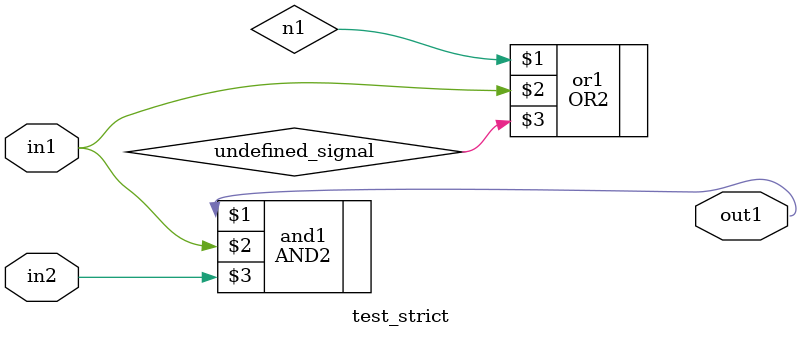
<source format=v>
module test_strict(
    input in1,
    input in2,
    output out1
);

    wire n1;
    wire n1;  // Duplicate wire declaration

    AND2 and1(out1, in1, in2);  // Used undefined signal n2
    OR2 or1(n1, in1, undefined_signal);  // Used undefined signal

endmodule

</source>
